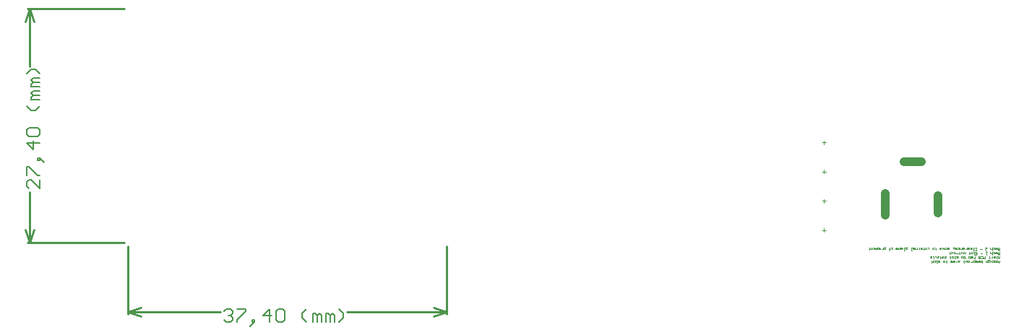
<source format=gm1>
%FSLAX25Y25*%
%MOIN*%
G70*
G01*
G75*
G04 Layer_Color=16711935*
%ADD10O,0.08661X0.02362*%
%ADD11R,0.05709X0.02165*%
%ADD12R,0.05906X0.04331*%
%ADD13R,0.04331X0.05906*%
%ADD14O,0.05906X0.02362*%
%ADD15C,0.01969*%
%ADD16C,0.03150*%
%ADD17C,0.03937*%
%ADD18C,0.01181*%
%ADD19O,0.05512X0.01378*%
%ADD20R,0.16142X0.10236*%
%ADD21R,0.09449X0.10827*%
%ADD22R,0.04331X0.05906*%
G04:AMPARAMS|DCode=23|XSize=39.37mil|YSize=78.74mil|CornerRadius=9.84mil|HoleSize=0mil|Usage=FLASHONLY|Rotation=90.000|XOffset=0mil|YOffset=0mil|HoleType=Round|Shape=RoundedRectangle|*
%AMROUNDEDRECTD23*
21,1,0.03937,0.05906,0,0,90.0*
21,1,0.01969,0.07874,0,0,90.0*
1,1,0.01969,0.02953,0.00984*
1,1,0.01969,0.02953,-0.00984*
1,1,0.01969,-0.02953,-0.00984*
1,1,0.01969,-0.02953,0.00984*
%
%ADD23ROUNDEDRECTD23*%
G04:AMPARAMS|DCode=24|XSize=2559.05mil|YSize=551.18mil|CornerRadius=137.8mil|HoleSize=0mil|Usage=FLASHONLY|Rotation=90.000|XOffset=0mil|YOffset=0mil|HoleType=Round|Shape=RoundedRectangle|*
%AMROUNDEDRECTD24*
21,1,2.55905,0.27559,0,0,90.0*
21,1,2.28347,0.55118,0,0,90.0*
1,1,0.27559,0.13780,1.14173*
1,1,0.27559,0.13780,-1.14173*
1,1,0.27559,-0.13780,-1.14173*
1,1,0.27559,-0.13780,1.14173*
%
%ADD24ROUNDEDRECTD24*%
%ADD25R,0.03543X0.03937*%
%ADD26R,0.03937X0.03543*%
%ADD27R,0.05906X0.03150*%
%ADD28R,0.04331X0.03937*%
%ADD29R,0.08661X0.03937*%
%ADD30R,0.03150X0.05906*%
%ADD31R,0.03937X0.04331*%
%ADD32R,0.03937X0.08661*%
%ADD33C,0.01575*%
%ADD34C,0.09843*%
%ADD35C,0.00984*%
%ADD36C,0.12598*%
%ADD37C,0.07087*%
%ADD38R,0.07087X0.07087*%
%ADD39P,0.06392X8X292.5*%
%ADD40C,0.05906*%
%ADD41R,0.05906X0.05906*%
%ADD42R,0.05906X0.05906*%
%ADD43C,0.11811*%
%ADD44C,0.05906*%
%ADD45O,0.15748X0.07874*%
%ADD46O,0.07874X0.15748*%
%ADD47O,0.07874X0.17716*%
%ADD48C,0.03150*%
%ADD49C,0.12992*%
%ADD50C,0.03543*%
%ADD51C,0.01000*%
%ADD52C,0.00600*%
%ADD53C,0.00394*%
%ADD54C,0.00118*%
D17*
X401559Y166752D02*
Y176594D01*
X410220Y191358D02*
X418094D01*
X425969Y167736D02*
Y175610D01*
D51*
X6000Y261992D02*
X50528D01*
X6000Y154118D02*
X50528D01*
X7000Y235546D02*
Y261992D01*
Y154118D02*
Y177364D01*
X5000Y255992D02*
X7000Y261992D01*
X9000Y255992D01*
X7000Y154118D02*
X9000Y160118D01*
X5000D02*
X7000Y154118D01*
X199362Y121000D02*
Y152528D01*
X52118Y121000D02*
Y152528D01*
X153231Y122000D02*
X199362D01*
X52118D02*
X95049D01*
X193362Y124000D02*
X199362Y122000D01*
X193362Y120000D02*
X199362Y122000D01*
X52118D02*
X58118Y120000D01*
X52118Y122000D02*
X58118Y124000D01*
D52*
X11599Y182963D02*
Y178964D01*
X7600Y182963D01*
X6600D01*
X5601Y181963D01*
Y179964D01*
X6600Y178964D01*
X5601Y184962D02*
Y188961D01*
X6600D01*
X10599Y184962D01*
X11599D01*
X12598Y191960D02*
X11599Y192959D01*
X10599D01*
Y191960D01*
X11599D01*
Y192959D01*
X12598Y191960D01*
X13598Y190960D01*
X11599Y199957D02*
X5601D01*
X8600Y196958D01*
Y200957D01*
X6600Y202956D02*
X5601Y203956D01*
Y205955D01*
X6600Y206955D01*
X10599D01*
X11599Y205955D01*
Y203956D01*
X10599Y202956D01*
X6600D01*
X11599Y216952D02*
X9599Y214952D01*
X7600D01*
X5601Y216952D01*
X11599Y219951D02*
X7600D01*
Y220950D01*
X8600Y221950D01*
X11599D01*
X8600D01*
X7600Y222950D01*
X8600Y223950D01*
X11599D01*
Y225949D02*
X7600D01*
Y226948D01*
X8600Y227948D01*
X11599D01*
X8600D01*
X7600Y228948D01*
X8600Y229947D01*
X11599D01*
Y231947D02*
X9599Y233946D01*
X7600D01*
X5601Y231947D01*
X96649Y122400D02*
X97649Y123399D01*
X99648D01*
X100648Y122400D01*
Y121400D01*
X99648Y120400D01*
X98648D01*
X99648D01*
X100648Y119401D01*
Y118401D01*
X99648Y117401D01*
X97649D01*
X96649Y118401D01*
X102647Y123399D02*
X106646D01*
Y122400D01*
X102647Y118401D01*
Y117401D01*
X109645Y116402D02*
X110644Y117401D01*
Y118401D01*
X109645D01*
Y117401D01*
X110644D01*
X109645Y116402D01*
X108645Y115402D01*
X117642Y117401D02*
Y123399D01*
X114643Y120400D01*
X118642D01*
X120641Y122400D02*
X121641Y123399D01*
X123640D01*
X124640Y122400D01*
Y118401D01*
X123640Y117401D01*
X121641D01*
X120641Y118401D01*
Y122400D01*
X134637Y117401D02*
X132637Y119401D01*
Y121400D01*
X134637Y123399D01*
X137636Y117401D02*
Y121400D01*
X138636D01*
X139635Y120400D01*
Y117401D01*
Y120400D01*
X140635Y121400D01*
X141635Y120400D01*
Y117401D01*
X143634D02*
Y121400D01*
X144633D01*
X145633Y120400D01*
Y117401D01*
Y120400D01*
X146633Y121400D01*
X147633Y120400D01*
Y117401D01*
X149632D02*
X151631Y119401D01*
Y121400D01*
X149632Y123399D01*
D53*
X373311Y159071D02*
Y160646D01*
X372524Y159858D02*
X374098D01*
X373311Y172571D02*
Y174146D01*
X372524Y173358D02*
X374098D01*
X373311Y186071D02*
Y187646D01*
X372524Y186858D02*
X374098D01*
X373311Y199571D02*
Y201146D01*
X372524Y200358D02*
X374098D01*
D54*
X454370Y147792D02*
Y147005D01*
X453976Y146611D01*
X453583Y147005D01*
Y147792D01*
Y147201D01*
X454370D01*
X453189Y147792D02*
X452796D01*
X452993D01*
Y146611D01*
X453189D01*
X451615Y147792D02*
X452009D01*
X452205Y147595D01*
Y147201D01*
X452009Y147005D01*
X451615D01*
X451418Y147201D01*
Y147398D01*
X452205D01*
X451025Y147005D02*
Y147792D01*
Y147398D01*
X450828Y147201D01*
X450631Y147005D01*
X450434D01*
X449647Y146808D02*
Y147005D01*
X449844D01*
X449450D01*
X449647D01*
Y147595D01*
X449450Y147792D01*
X447679D02*
Y146611D01*
X447089D01*
X446892Y146808D01*
Y147201D01*
X447089Y147398D01*
X447679D01*
X445712Y146808D02*
X445908Y146611D01*
X446302D01*
X446499Y146808D01*
Y147595D01*
X446302Y147792D01*
X445908D01*
X445712Y147595D01*
X445318Y146611D02*
Y147792D01*
X444728D01*
X444531Y147595D01*
Y147398D01*
X444728Y147201D01*
X445318D01*
X444728D01*
X444531Y147005D01*
Y146808D01*
X444728Y146611D01*
X445318D01*
X442760Y147792D02*
Y146808D01*
Y147201D01*
X442956D01*
X442563D01*
X442760D01*
Y146808D01*
X442563Y146611D01*
X441776Y147005D02*
X441382D01*
X441185Y147201D01*
Y147792D01*
X441776D01*
X441972Y147595D01*
X441776Y147398D01*
X441185D01*
X440792Y146611D02*
Y147792D01*
X440202D01*
X440005Y147595D01*
Y147398D01*
Y147201D01*
X440202Y147005D01*
X440792D01*
X438234Y146808D02*
Y147005D01*
X438430D01*
X438037D01*
X438234D01*
Y147595D01*
X438037Y147792D01*
X437250D02*
X436856D01*
X436659Y147595D01*
Y147201D01*
X436856Y147005D01*
X437250D01*
X437446Y147201D01*
Y147595D01*
X437250Y147792D01*
X435085D02*
X434495D01*
X434298Y147595D01*
X434495Y147398D01*
X434888D01*
X435085Y147201D01*
X434888Y147005D01*
X434298D01*
X433904Y147792D02*
X433511D01*
X433708D01*
Y146611D01*
X433904D01*
X432724Y147792D02*
X432330D01*
X432133Y147595D01*
Y147201D01*
X432330Y147005D01*
X432724D01*
X432920Y147201D01*
Y147595D01*
X432724Y147792D01*
X431543Y146808D02*
Y147005D01*
X431740D01*
X431346D01*
X431543D01*
Y147595D01*
X431346Y147792D01*
X428788Y146611D02*
Y147792D01*
X429378D01*
X429575Y147595D01*
Y147201D01*
X429378Y147005D01*
X428788D01*
X427804Y147792D02*
X428197D01*
X428394Y147595D01*
Y147201D01*
X428197Y147005D01*
X427804D01*
X427607Y147201D01*
Y147398D01*
X428394D01*
X427017Y146808D02*
Y147005D01*
X427214D01*
X426820D01*
X427017D01*
Y147595D01*
X426820Y147792D01*
X426033Y147005D02*
X425639D01*
X425443Y147201D01*
Y147792D01*
X426033D01*
X426230Y147595D01*
X426033Y147398D01*
X425443D01*
X425049Y147792D02*
X424655D01*
X424852D01*
Y147005D01*
X425049D01*
X424065Y147792D02*
X423671D01*
X423868D01*
Y146611D01*
X424065D01*
X423081Y147792D02*
X422491D01*
X422294Y147595D01*
X422491Y147398D01*
X422884D01*
X423081Y147201D01*
X422884Y147005D01*
X422294D01*
X454370Y145823D02*
Y145036D01*
X453976Y144642D01*
X453583Y145036D01*
Y145823D01*
Y145233D01*
X454370D01*
X453189Y145823D02*
X452599D01*
X452402Y145626D01*
X452599Y145430D01*
X452993D01*
X453189Y145233D01*
X452993Y145036D01*
X452402D01*
X452009Y145823D02*
X451418D01*
X451222Y145626D01*
X451418Y145430D01*
X451812D01*
X452009Y145233D01*
X451812Y145036D01*
X451222D01*
X450828Y145823D02*
X450434D01*
X450631D01*
Y145036D01*
X450828D01*
X449450Y146217D02*
X449254D01*
X449057Y146020D01*
Y145036D01*
X449647D01*
X449844Y145233D01*
Y145626D01*
X449647Y145823D01*
X449057D01*
X448663D02*
Y145036D01*
X448073D01*
X447876Y145233D01*
Y145823D01*
X446302D02*
Y144642D01*
Y145430D02*
X445712Y145036D01*
X446302Y145430D02*
X445712Y145823D01*
X444531D02*
X444924D01*
X445121Y145626D01*
Y145233D01*
X444924Y145036D01*
X444531D01*
X444334Y145233D01*
Y145430D01*
X445121D01*
X443350Y145823D02*
X443744D01*
X443940Y145626D01*
Y145233D01*
X443744Y145036D01*
X443350D01*
X443153Y145233D01*
Y145430D01*
X443940D01*
X442760Y146217D02*
Y145036D01*
X442169D01*
X441972Y145233D01*
Y145626D01*
X442169Y145823D01*
X442760D01*
X441579Y145233D02*
X440792D01*
X440202Y145823D02*
X439808D01*
X439611Y145626D01*
Y145233D01*
X439808Y145036D01*
X440202D01*
X440398Y145233D01*
Y145626D01*
X440202Y145823D01*
X439218Y145036D02*
Y145626D01*
X439021Y145823D01*
X438430D01*
Y145036D01*
X437840Y144839D02*
Y145036D01*
X438037D01*
X437643D01*
X437840D01*
Y145626D01*
X437643Y145823D01*
X435675Y145036D02*
X435282D01*
X435085Y145233D01*
Y145823D01*
X435675D01*
X435872Y145626D01*
X435675Y145430D01*
X435085D01*
X434691Y145036D02*
Y145823D01*
Y145430D01*
X434495Y145233D01*
X434298Y145036D01*
X434101D01*
X432920Y145823D02*
X433314D01*
X433511Y145626D01*
Y145233D01*
X433314Y145036D01*
X432920D01*
X432724Y145233D01*
Y145430D01*
X433511D01*
X432133Y145036D02*
X431740D01*
X431543Y145233D01*
Y145823D01*
X432133D01*
X432330Y145626D01*
X432133Y145430D01*
X431543D01*
X429772Y144839D02*
Y145036D01*
X429969D01*
X429575D01*
X429772D01*
Y145626D01*
X429575Y145823D01*
X428788D02*
X428394D01*
X428197Y145626D01*
Y145233D01*
X428394Y145036D01*
X428788D01*
X428985Y145233D01*
Y145626D01*
X428788Y145823D01*
X426623D02*
X426033D01*
X425836Y145626D01*
X426033Y145430D01*
X426426D01*
X426623Y145233D01*
X426426Y145036D01*
X425836D01*
X425443Y145823D02*
X425049D01*
X425246D01*
Y144642D01*
X425443D01*
X424262Y145823D02*
X423868D01*
X423671Y145626D01*
Y145233D01*
X423868Y145036D01*
X424262D01*
X424459Y145233D01*
Y145626D01*
X424262Y145823D01*
X423081Y144839D02*
Y145036D01*
X423278D01*
X422884D01*
X423081D01*
Y145626D01*
X422884Y145823D01*
X454370Y149760D02*
Y148580D01*
X453976Y148973D01*
X453583Y148580D01*
Y149760D01*
X452599D02*
X452993D01*
X453189Y149563D01*
Y149170D01*
X452993Y148973D01*
X452599D01*
X452402Y149170D01*
Y149367D01*
X453189D01*
X451222Y148973D02*
X451812D01*
X452009Y149170D01*
Y149563D01*
X451812Y149760D01*
X451222D01*
X450828Y148580D02*
Y149760D01*
Y149170D01*
X450631Y148973D01*
X450238D01*
X450041Y149170D01*
Y149760D01*
X448466D02*
X448073D01*
X448270D01*
Y148580D01*
X448466Y148776D01*
X446302Y149170D02*
X445515D01*
X443153Y148776D02*
X443350Y148580D01*
X443744D01*
X443940Y148776D01*
Y148973D01*
X443744Y149170D01*
X443350D01*
X443153Y149367D01*
Y149563D01*
X443350Y149760D01*
X443744D01*
X443940Y149563D01*
X442760Y149760D02*
X442366D01*
X442563D01*
Y148580D01*
X442760D01*
X441579Y149760D02*
X441185D01*
X440989Y149563D01*
Y149170D01*
X441185Y148973D01*
X441579D01*
X441776Y149170D01*
Y149563D01*
X441579Y149760D01*
X440398Y148776D02*
Y148973D01*
X440595D01*
X440202D01*
X440398D01*
Y149563D01*
X440202Y149760D01*
X437643Y148973D02*
X438234D01*
X438430Y149170D01*
Y149563D01*
X438234Y149760D01*
X437643D01*
X437250Y148973D02*
Y149563D01*
X437053Y149760D01*
X436462D01*
Y148973D01*
X435872Y148776D02*
Y148973D01*
X436069D01*
X435675D01*
X435872D01*
Y149563D01*
X435675Y149760D01*
X435085Y149170D02*
X434298D01*
X433708Y149760D02*
X433314D01*
X433117Y149563D01*
Y149170D01*
X433314Y148973D01*
X433708D01*
X433904Y149170D01*
Y149563D01*
X433708Y149760D01*
X432724Y148973D02*
Y149563D01*
X432527Y149760D01*
X431936D01*
Y148973D01*
X431346Y148776D02*
Y148973D01*
X431543D01*
X431149D01*
X431346D01*
Y149563D01*
X431149Y149760D01*
X454370Y151729D02*
Y150548D01*
X453976Y150942D01*
X453583Y150548D01*
Y151729D01*
X452599D02*
X452993D01*
X453189Y151532D01*
Y151138D01*
X452993Y150942D01*
X452599D01*
X452402Y151138D01*
Y151335D01*
X453189D01*
X451222Y150942D02*
X451812D01*
X452009Y151138D01*
Y151532D01*
X451812Y151729D01*
X451222D01*
X450828Y150548D02*
Y151729D01*
Y151138D01*
X450631Y150942D01*
X450238D01*
X450041Y151138D01*
Y151729D01*
X447679D02*
X448466D01*
X447679Y150942D01*
Y150745D01*
X447876Y150548D01*
X448270D01*
X448466Y150745D01*
X446105Y151138D02*
X445318D01*
X442956Y150745D02*
X443153Y150548D01*
X443547D01*
X443744Y150745D01*
Y151532D01*
X443547Y151729D01*
X443153D01*
X442956Y151532D01*
X442563Y151729D02*
X442169D01*
X442366D01*
Y150548D01*
X442563D01*
X440989Y151729D02*
X441382D01*
X441579Y151532D01*
Y151138D01*
X441382Y150942D01*
X440989D01*
X440792Y151138D01*
Y151335D01*
X441579D01*
X440202Y150942D02*
X439808D01*
X439611Y151138D01*
Y151729D01*
X440202D01*
X440398Y151532D01*
X440202Y151335D01*
X439611D01*
X439218Y150942D02*
Y151729D01*
Y151335D01*
X439021Y151138D01*
X438824Y150942D01*
X438627D01*
X437840D02*
X437446D01*
X437250Y151138D01*
Y151729D01*
X437840D01*
X438037Y151532D01*
X437840Y151335D01*
X437250D01*
X436856Y151729D02*
Y150942D01*
X436266D01*
X436069Y151138D01*
Y151729D01*
X434888Y150942D02*
X435479D01*
X435675Y151138D01*
Y151532D01*
X435479Y151729D01*
X434888D01*
X433904D02*
X434298D01*
X434495Y151532D01*
Y151138D01*
X434298Y150942D01*
X433904D01*
X433708Y151138D01*
Y151335D01*
X434495D01*
X433117Y151926D02*
X432920Y151729D01*
Y151532D01*
X433117D01*
Y151729D01*
X432920D01*
X433117Y151926D01*
X433314Y152122D01*
X430953Y151729D02*
Y150942D01*
X430756D01*
X430559Y151138D01*
Y151729D01*
Y151138D01*
X430362Y150942D01*
X430165Y151138D01*
Y151729D01*
X429575D02*
X429181D01*
X428985Y151532D01*
Y151138D01*
X429181Y150942D01*
X429575D01*
X429772Y151138D01*
Y151532D01*
X429575Y151729D01*
X428591Y150942D02*
X428197Y151729D01*
X427804Y150942D01*
X426820Y151729D02*
X427213D01*
X427410Y151532D01*
Y151138D01*
X427213Y150942D01*
X426820D01*
X426623Y151138D01*
Y151335D01*
X427410D01*
X424852Y150745D02*
Y150942D01*
X425049D01*
X424655D01*
X424852D01*
Y151532D01*
X424655Y151729D01*
X423868D02*
X423475D01*
X423278Y151532D01*
Y151138D01*
X423475Y150942D01*
X423868D01*
X424065Y151138D01*
Y151532D01*
X423868Y151729D01*
X421703D02*
X421310D01*
X421507D01*
Y150942D01*
X421703D01*
X420720Y151729D02*
Y150942D01*
X420129D01*
X419932Y151138D01*
Y151729D01*
X419342Y150745D02*
Y150942D01*
X419539D01*
X419145D01*
X419342D01*
Y151532D01*
X419145Y151729D01*
X417965D02*
X418358D01*
X418555Y151532D01*
Y151138D01*
X418358Y150942D01*
X417965D01*
X417768Y151138D01*
Y151335D01*
X418555D01*
X417374Y150942D02*
Y151729D01*
Y151335D01*
X417177Y151138D01*
X416981Y150942D01*
X416784D01*
X416193Y151729D02*
Y150942D01*
X415603D01*
X415406Y151138D01*
Y151729D01*
X414816Y150942D02*
X414422D01*
X414226Y151138D01*
Y151729D01*
X414816D01*
X415013Y151532D01*
X414816Y151335D01*
X414226D01*
X413832Y151729D02*
X413439D01*
X413635D01*
Y150548D01*
X413832D01*
X411667Y152122D02*
Y150942D01*
X411077D01*
X410880Y151138D01*
Y151532D01*
X411077Y151729D01*
X411667D01*
X410487D02*
X410093D01*
X410290D01*
Y150548D01*
X410487D01*
X409306Y150942D02*
X408912D01*
X408716Y151138D01*
Y151729D01*
X409306D01*
X409503Y151532D01*
X409306Y151335D01*
X408716D01*
X408322Y151729D02*
Y150942D01*
X407732D01*
X407535Y151138D01*
Y151729D01*
X406551D02*
X406945D01*
X407141Y151532D01*
Y151138D01*
X406945Y150942D01*
X406551D01*
X406354Y151138D01*
Y151335D01*
X407141D01*
X404780Y151729D02*
X404386D01*
X404583D01*
Y150942D01*
X404780D01*
X403599Y151729D02*
Y150745D01*
Y151138D01*
X403796D01*
X403402D01*
X403599D01*
Y150745D01*
X403402Y150548D01*
X401631Y152122D02*
Y150942D01*
X401041D01*
X400844Y151138D01*
Y151532D01*
X401041Y151729D01*
X401631D01*
X400451Y150942D02*
Y151729D01*
Y151335D01*
X400254Y151138D01*
X400057Y150942D01*
X399860D01*
X398679Y151729D02*
X399073D01*
X399270Y151532D01*
Y151138D01*
X399073Y150942D01*
X398679D01*
X398483Y151138D01*
Y151335D01*
X399270D01*
X398089Y151729D02*
X397499D01*
X397302Y151532D01*
X397499Y151335D01*
X397892D01*
X398089Y151138D01*
X397892Y150942D01*
X397302D01*
X396318Y151729D02*
X396712D01*
X396908Y151532D01*
Y151138D01*
X396712Y150942D01*
X396318D01*
X396121Y151138D01*
Y151335D01*
X396908D01*
X395728Y151729D02*
Y150942D01*
X395137D01*
X394940Y151138D01*
Y151729D01*
X394350Y150745D02*
Y150942D01*
X394547D01*
X394153D01*
X394350D01*
Y151532D01*
X394153Y151729D01*
M02*

</source>
